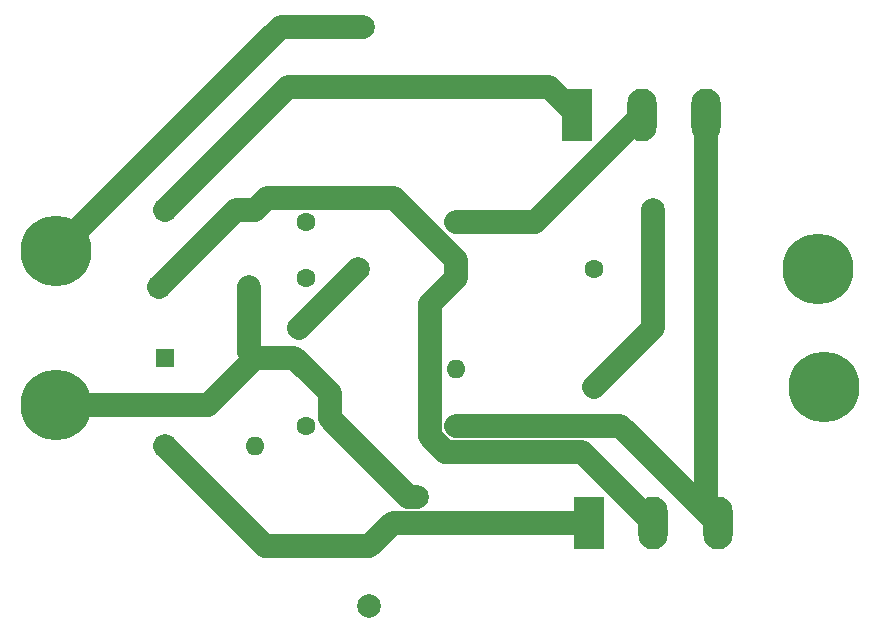
<source format=gbr>
%TF.GenerationSoftware,KiCad,Pcbnew,8.0.7*%
%TF.CreationDate,2025-10-16T17:38:00-07:00*%
%TF.ProjectId,ZVS Driver,5a565320-4472-4697-9665-722e6b696361,rev?*%
%TF.SameCoordinates,Original*%
%TF.FileFunction,Copper,L1,Top*%
%TF.FilePolarity,Positive*%
%FSLAX46Y46*%
G04 Gerber Fmt 4.6, Leading zero omitted, Abs format (unit mm)*
G04 Created by KiCad (PCBNEW 8.0.7) date 2025-10-16 17:38:00*
%MOMM*%
%LPD*%
G01*
G04 APERTURE LIST*
%TA.AperFunction,ComponentPad*%
%ADD10C,1.600000*%
%TD*%
%TA.AperFunction,ComponentPad*%
%ADD11O,1.600000X1.600000*%
%TD*%
%TA.AperFunction,ComponentPad*%
%ADD12R,1.600000X1.600000*%
%TD*%
%TA.AperFunction,ComponentPad*%
%ADD13R,2.500000X4.500000*%
%TD*%
%TA.AperFunction,ComponentPad*%
%ADD14O,2.500000X4.500000*%
%TD*%
%TA.AperFunction,ComponentPad*%
%ADD15C,2.000000*%
%TD*%
%TA.AperFunction,ComponentPad*%
%ADD16C,6.000000*%
%TD*%
%TA.AperFunction,ViaPad*%
%ADD17C,0.600000*%
%TD*%
%TA.AperFunction,ViaPad*%
%ADD18C,2.000000*%
%TD*%
%TA.AperFunction,Conductor*%
%ADD19C,2.000000*%
%TD*%
G04 APERTURE END LIST*
D10*
%TO.P,R4,1*%
%TO.N,Net-(D1-A)*%
X165650000Y-93250000D03*
D11*
%TO.P,R4,2*%
%TO.N,GND*%
X178350000Y-93250000D03*
%TD*%
D12*
%TO.P,D2,1,K*%
%TO.N,Net-(D1-A)*%
X153190000Y-81500000D03*
D11*
%TO.P,D2,2,A*%
%TO.N,GND*%
X160810000Y-81500000D03*
%TD*%
D12*
%TO.P,D1,1,K*%
%TO.N,Net-(D1-K)*%
X153690000Y-75000000D03*
D11*
%TO.P,D1,2,A*%
%TO.N,Net-(D1-A)*%
X161310000Y-75000000D03*
%TD*%
D10*
%TO.P,R1,1*%
%TO.N,VCC*%
X165650000Y-76000000D03*
D11*
%TO.P,R1,2*%
%TO.N,Net-(D3-K)*%
X178350000Y-76000000D03*
%TD*%
D13*
%TO.P,Q1,1,D*%
%TO.N,Net-(D1-K)*%
X188600000Y-67000000D03*
D14*
%TO.P,Q1,2,G*%
%TO.N,Net-(D3-K)*%
X194050000Y-67000000D03*
%TO.P,Q1,3,S*%
%TO.N,GND*%
X199500000Y-67000000D03*
%TD*%
D15*
%TO.P,L2,1,1*%
%TO.N,Net-(D4-K)*%
X171000000Y-103460000D03*
%TO.P,L2,2,2*%
%TO.N,VCC*%
X171000000Y-108540000D03*
%TD*%
D10*
%TO.P,R2,1*%
%TO.N,VCC*%
X165650000Y-80750000D03*
D11*
%TO.P,R2,2*%
%TO.N,Net-(D1-A)*%
X178350000Y-80750000D03*
%TD*%
D12*
%TO.P,D3,1,K*%
%TO.N,Net-(D3-K)*%
X153690000Y-87500000D03*
D11*
%TO.P,D3,2,A*%
%TO.N,GND*%
X161310000Y-87500000D03*
%TD*%
D16*
%TO.P,J3,1,Pin_1*%
%TO.N,VCC*%
X144500000Y-78500000D03*
%TD*%
D12*
%TO.P,D4,1,K*%
%TO.N,Net-(D4-K)*%
X153690000Y-95000000D03*
D11*
%TO.P,D4,2,A*%
%TO.N,Net-(D3-K)*%
X161310000Y-95000000D03*
%TD*%
D10*
%TO.P,C1,1*%
%TO.N,Net-(D1-K)*%
X190000000Y-90000000D03*
%TO.P,C1,2*%
%TO.N,Net-(D4-K)*%
X190000000Y-80000000D03*
%TD*%
%TO.P,R3,1*%
%TO.N,GND*%
X165650000Y-88500000D03*
D11*
%TO.P,R3,2*%
%TO.N,Net-(D3-K)*%
X178350000Y-88500000D03*
%TD*%
D16*
%TO.P,J2,1,Pin_1*%
%TO.N,Net-(D1-K)*%
X209500000Y-90000000D03*
%TD*%
D15*
%TO.P,L1,1,1*%
%TO.N,VCC*%
X170500000Y-59500000D03*
%TO.P,L1,2,2*%
%TO.N,Net-(D1-K)*%
X170500000Y-64580000D03*
%TD*%
D16*
%TO.P,J1,1,Pin_1*%
%TO.N,GND*%
X144500000Y-91500000D03*
%TD*%
%TO.P,J4,1,Pin_1*%
%TO.N,Net-(D4-K)*%
X209000000Y-80000000D03*
%TD*%
D13*
%TO.P,Q2,1,D*%
%TO.N,Net-(D4-K)*%
X189600000Y-101500000D03*
D14*
%TO.P,Q2,2,G*%
%TO.N,Net-(D1-A)*%
X195050000Y-101500000D03*
%TO.P,Q2,3,S*%
%TO.N,GND*%
X200500000Y-101500000D03*
%TD*%
D17*
%TO.N,Net-(D4-K)*%
X190000000Y-80000000D03*
D18*
%TO.N,Net-(D1-K)*%
X195000000Y-75000000D03*
%TO.N,GND*%
X175000000Y-99300000D03*
%TO.N,Net-(D3-K)*%
X165000000Y-85000000D03*
X170000000Y-80000000D03*
%TD*%
D19*
%TO.N,Net-(D4-K)*%
X172960000Y-101500000D02*
X171000000Y-103460000D01*
X171000000Y-103460000D02*
X162150000Y-103460000D01*
X189600000Y-101500000D02*
X172960000Y-101500000D01*
X162150000Y-103460000D02*
X153690000Y-95000000D01*
%TO.N,Net-(D1-K)*%
X195000000Y-75000000D02*
X195000000Y-85000000D01*
X153690000Y-75000000D02*
X164110000Y-64580000D01*
X186180000Y-64580000D02*
X188600000Y-67000000D01*
X170500000Y-64580000D02*
X186180000Y-64580000D01*
X195000000Y-85000000D02*
X190000000Y-90000000D01*
X164110000Y-64580000D02*
X170500000Y-64580000D01*
%TO.N,Net-(D1-A)*%
X176150000Y-82950000D02*
X176150000Y-94161270D01*
X178350000Y-79250000D02*
X178350000Y-80750000D01*
X162310000Y-74000000D02*
X173100000Y-74000000D01*
X161310000Y-75000000D02*
X159690000Y-75000000D01*
X173100000Y-74000000D02*
X178350000Y-79250000D01*
X177438730Y-95450000D02*
X189000000Y-95450000D01*
X159690000Y-75000000D02*
X153190000Y-81500000D01*
X178350000Y-80750000D02*
X176150000Y-82950000D01*
X161310000Y-75000000D02*
X162310000Y-74000000D01*
X176150000Y-94161270D02*
X177438730Y-95450000D01*
X189000000Y-95450000D02*
X195050000Y-101500000D01*
%TO.N,GND*%
X192250000Y-93250000D02*
X200500000Y-101500000D01*
X144500000Y-91500000D02*
X157310000Y-91500000D01*
X167650000Y-90500000D02*
X167650000Y-92650000D01*
X167650000Y-92650000D02*
X174300000Y-99300000D01*
X165650000Y-88500000D02*
X167650000Y-90500000D01*
X199500000Y-67000000D02*
X199500000Y-100500000D01*
X161310000Y-87500000D02*
X164650000Y-87500000D01*
X157310000Y-91500000D02*
X161310000Y-87500000D01*
X174300000Y-99300000D02*
X175000000Y-99300000D01*
X160810000Y-87000000D02*
X161310000Y-87500000D01*
X160810000Y-81500000D02*
X160810000Y-87000000D01*
X164650000Y-87500000D02*
X165650000Y-88500000D01*
X178350000Y-93250000D02*
X192250000Y-93250000D01*
X199500000Y-100500000D02*
X200500000Y-101500000D01*
%TO.N,Net-(D3-K)*%
X178350000Y-76000000D02*
X185050000Y-76000000D01*
X185050000Y-76000000D02*
X194050000Y-67000000D01*
X165000000Y-85000000D02*
X170000000Y-80000000D01*
%TO.N,VCC*%
X144500000Y-78500000D02*
X163500000Y-59500000D01*
X163500000Y-59500000D02*
X170500000Y-59500000D01*
%TD*%
M02*

</source>
